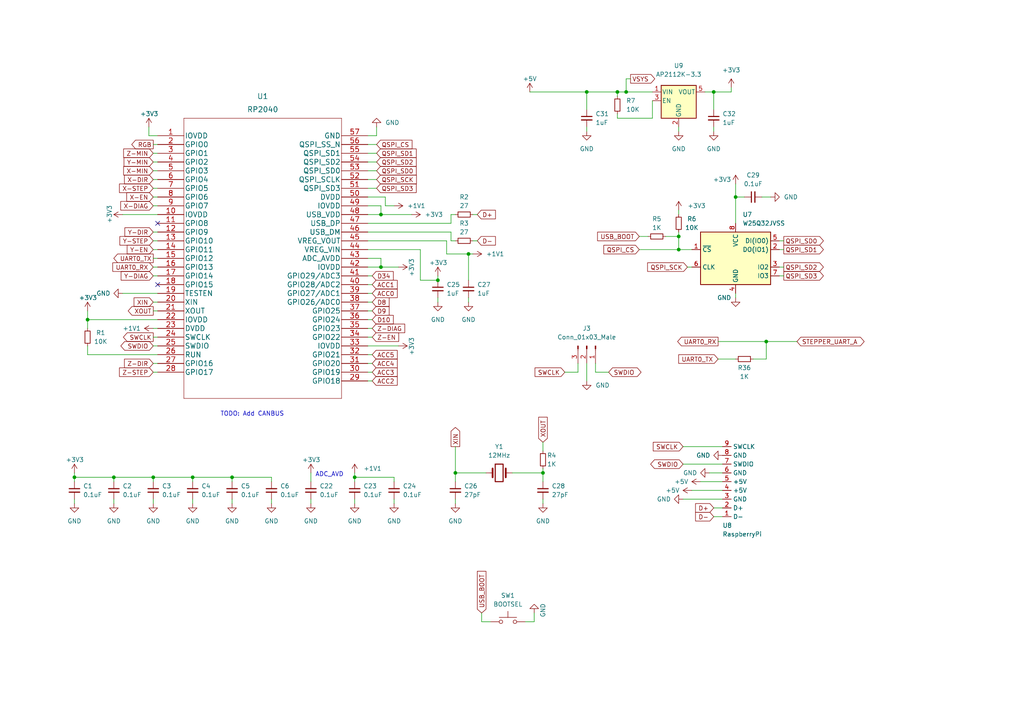
<source format=kicad_sch>
(kicad_sch (version 20231120) (generator "eeschema") (generator_version "8.0")
  (paper "A4")
  (title_block (title "Prometheus mSLA Apollo MCU Schematics") (date "2022-11-11") (rev "R4") (company "TheContrappostoShop") (comment 1 "Paul S. and Sam B."))
  (lib_symbols
    (symbol "Connector:Conn_01x03_Male" (pin_names (offset 1.016) hide)
      (property "Reference" "J" (at 0 5.08 0))
      (property "Value" "Conn_01x03_Male" (at 0 -5.08 0))
      (symbol "Conn_01x03_Male_1_1"
        (polyline (pts (xy 1.27 -2.54) (xy 0.8636 -2.54)) (stroke (width 0.1524)))
        (polyline (pts (xy 1.27 0) (xy 0.8636 0)) (stroke (width 0.1524)))
        (polyline (pts (xy 1.27 2.54) (xy 0.8636 2.54)) (stroke (width 0.1524)))
        (rectangle (start 0.8636 -2.413) (end 0 -2.667) (stroke (width 0.1524)) (fill (type outline)))
        (rectangle (start 0.8636 0.127) (end 0 -0.127) (stroke (width 0.1524)) (fill (type outline)))
        (rectangle (start 0.8636 2.667) (end 0 2.413) (stroke (width 0.1524)) (fill (type outline)))
        (pin passive line (at 5.08 2.54 180) (length 3.81) (name "Pin_1") (number "1"))
        (pin passive line (at 5.08 0 180) (length 3.81) (name "Pin_2") (number "2"))
        (pin passive line (at 5.08 -2.54 180) (length 3.81) (name "Pin_3") (number "3"))
      )
    )
    (symbol "Device:C_Small" (pin_numbers hide) (pin_names (offset 0.254) hide)
      (property "Reference" "C" (at 0.254 1.778 0))
      (property "Value" "C_Small" (at 0.254 -2.032 0))
      (symbol "C_Small_0_1"
        (polyline (pts (xy -1.524 -0.508) (xy 1.524 -0.508)) (stroke (width 0.3302)))
        (polyline (pts (xy -1.524 0.508) (xy 1.524 0.508)) (stroke (width 0.3048)))
      )
      (symbol "C_Small_1_1"
        (pin passive line (at 0 2.54 270) (length 2.032) (name "~") (number "1"))
        (pin passive line (at 0 -2.54 90) (length 2.032) (name "~") (number "2"))
      )
    )
    (symbol "Device:Crystal" (pin_numbers hide) (pin_names (offset 1.016) hide)
      (property "Reference" "Y" (at 0 3.81 0))
      (property "Value" "Crystal" (at 0 -3.81 0))
      (symbol "Crystal_0_1"
        (rectangle (start -1.143 2.54) (end 1.143 -2.54) (stroke (width 0.3048)))
        (polyline (pts (xy -2.54 0) (xy -1.905 0)))
        (polyline (pts (xy -1.905 -1.27) (xy -1.905 1.27)) (stroke (width 0.508)))
        (polyline (pts (xy 1.905 -1.27) (xy 1.905 1.27)) (stroke (width 0.508)))
        (polyline (pts (xy 2.54 0) (xy 1.905 0)))
      )
      (symbol "Crystal_1_1"
        (pin passive line (at -3.81 0 0) (length 1.27) (name "1") (number "1"))
        (pin passive line (at 3.81 0 180) (length 1.27) (name "2") (number "2"))
      )
    )
    (symbol "Device:R_Small" (pin_numbers hide) (pin_names (offset 0.254) hide)
      (property "Reference" "R" (at 0.762 0.508 0))
      (property "Value" "R_Small" (at 0.762 -1.016 0))
      (symbol "R_Small_0_1"
        (rectangle (start -0.762 1.778) (end 0.762 -1.778) (stroke (width 0.2032)))
      )
      (symbol "R_Small_1_1"
        (pin passive line (at 0 2.54 270) (length 0.762) (name "~") (number "1"))
        (pin passive line (at 0 -2.54 90) (length 0.762) (name "~") (number "2"))
      )
    )
    (symbol "Memory_Flash:W25Q32JVSS"
      (property "Reference" "U" (at -8.89 8.89 0))
      (property "Value" "W25Q32JVSS" (at 7.62 8.89 0))
      (symbol "W25Q32JVSS_0_1"
        (rectangle (start -10.16 7.62) (end 10.16 -7.62) (stroke (width 0.254)) (fill (type background)))
      )
      (symbol "W25Q32JVSS_1_1"
        (pin input line (at -12.7 2.54 0) (length 2.54) (name "~{CS}") (number "1"))
        (pin bidirectional line (at 12.7 2.54 180) (length 2.54) (name "DO(IO1)") (number "2"))
        (pin bidirectional line (at 12.7 -2.54 180) (length 2.54) (name "IO2") (number "3"))
        (pin power_in line (at 0 -10.16 90) (length 2.54) (name "GND") (number "4"))
        (pin bidirectional line (at 12.7 5.08 180) (length 2.54) (name "DI(IO0)") (number "5"))
        (pin input line (at -12.7 -2.54 0) (length 2.54) (name "CLK") (number "6"))
        (pin bidirectional line (at 12.7 -5.08 180) (length 2.54) (name "IO3") (number "7"))
        (pin power_in line (at 0 10.16 270) (length 2.54) (name "VCC") (number "8"))
      )
    )
    (symbol "Prometheus:RaspberryPi"
      (property "Reference" "U" (at 0 26.67 0))
      (property "Value" "RaspberryPi" (at 0 0 0))
      (symbol "RaspberryPi_1_1"
        (pin input line (at 0 3.81 0) (length 2.54) (name "D-") (number "1"))
        (pin input line (at 0 6.35 0) (length 2.54) (name "D+") (number "2"))
        (pin input line (at 0 8.89 0) (length 2.54) (name "GND") (number "3"))
        (pin input line (at 0 11.43 0) (length 2.54) (name "+5V") (number "4"))
        (pin input line (at 0 13.97 0) (length 2.54) (name "+5V") (number "5"))
        (pin input line (at 0 16.51 0) (length 2.54) (name "GND") (number "6"))
        (pin input line (at 0 19.05 0) (length 2.54) (name "SWDIO") (number "7"))
        (pin input line (at 0 21.59 0) (length 2.54) (name "GND") (number "8"))
        (pin input line (at 0 24.13 0) (length 2.54) (name "SWCLK") (number "9"))
      )
    )
    (symbol "RP2040:RP2040" (pin_names (offset 0.254))
      (property "Reference" "U" (at 30.48 10.16 0))
      (property "Value" "RP2040" (at 30.48 7.62 0))
      (symbol "RP2040_1_1"
        (polyline (pts (xy 7.62 -76.2) (xy 53.34 -76.2)) (stroke (width 0.127)))
        (polyline (pts (xy 7.62 5.08) (xy 7.62 -76.2)) (stroke (width 0.127)))
        (polyline (pts (xy 53.34 -76.2) (xy 53.34 5.08)) (stroke (width 0.127)))
        (polyline (pts (xy 53.34 5.08) (xy 7.62 5.08)) (stroke (width 0.127)))
        (pin power_in line (at 0 0 0) (length 7.62) (name "IOVDD") (number "1"))
        (pin power_in line (at 0 -22.86 0) (length 7.62) (name "IOVDD") (number "10"))
        (pin bidirectional line (at 0 -25.4 0) (length 7.62) (name "GPIO8") (number "11"))
        (pin bidirectional line (at 0 -27.94 0) (length 7.62) (name "GPIO9") (number "12"))
        (pin bidirectional line (at 0 -30.48 0) (length 7.62) (name "GPIO10") (number "13"))
        (pin bidirectional line (at 0 -33.02 0) (length 7.62) (name "GPIO11") (number "14"))
        (pin bidirectional line (at 0 -35.56 0) (length 7.62) (name "GPIO12") (number "15"))
        (pin bidirectional line (at 0 -38.1 0) (length 7.62) (name "GPIO13") (number "16"))
        (pin bidirectional line (at 0 -40.64 0) (length 7.62) (name "GPIO14") (number "17"))
        (pin bidirectional line (at 0 -43.18 0) (length 7.62) (name "GPIO15") (number "18"))
        (pin unspecified line (at 0 -45.72 0) (length 7.62) (name "TESTEN") (number "19"))
        (pin bidirectional line (at 0 -2.54 0) (length 7.62) (name "GPIO0") (number "2"))
        (pin unspecified line (at 0 -48.26 0) (length 7.62) (name "XIN") (number "20"))
        (pin output line (at 0 -50.8 0) (length 7.62) (name "XOUT") (number "21"))
        (pin power_in line (at 0 -53.34 0) (length 7.62) (name "IOVDD") (number "22"))
        (pin power_in line (at 0 -55.88 0) (length 7.62) (name "DVDD") (number "23"))
        (pin unspecified line (at 0 -58.42 0) (length 7.62) (name "SWCLK") (number "24"))
        (pin unspecified line (at 0 -60.96 0) (length 7.62) (name "SWDIO") (number "25"))
        (pin unspecified line (at 0 -63.5 0) (length 7.62) (name "RUN") (number "26"))
        (pin bidirectional line (at 0 -66.04 0) (length 7.62) (name "GPIO16") (number "27"))
        (pin bidirectional line (at 0 -68.58 0) (length 7.62) (name "GPIO17") (number "28"))
        (pin bidirectional line (at 60.96 -71.12 180) (length 7.62) (name "GPIO18") (number "29"))
        (pin bidirectional line (at 0 -5.08 0) (length 7.62) (name "GPIO1") (number "3"))
        (pin bidirectional line (at 60.96 -68.58 180) (length 7.62) (name "GPIO19") (number "30"))
        (pin bidirectional line (at 60.96 -66.04 180) (length 7.62) (name "GPIO20") (number "31"))
        (pin bidirectional line (at 60.96 -63.5 180) (length 7.62) (name "GPIO21") (number "32"))
        (pin power_in line (at 60.96 -60.96 180) (length 7.62) (name "IOVDD") (number "33"))
        (pin bidirectional line (at 60.96 -58.42 180) (length 7.62) (name "GPIO22") (number "34"))
        (pin bidirectional line (at 60.96 -55.88 180) (length 7.62) (name "GPIO23") (number "35"))
        (pin bidirectional line (at 60.96 -53.34 180) (length 7.62) (name "GPIO24") (number "36"))
        (pin bidirectional line (at 60.96 -50.8 180) (length 7.62) (name "GPIO25") (number "37"))
        (pin bidirectional line (at 60.96 -48.26 180) (length 7.62) (name "GPIO26/ADC0") (number "38"))
        (pin bidirectional line (at 60.96 -45.72 180) (length 7.62) (name "GPIO27/ADC1") (number "39"))
        (pin bidirectional line (at 0 -7.62 0) (length 7.62) (name "GPIO2") (number "4"))
        (pin bidirectional line (at 60.96 -43.18 180) (length 7.62) (name "GPIO28/ADC2") (number "40"))
        (pin bidirectional line (at 60.96 -40.64 180) (length 7.62) (name "GPIO29/ADC3") (number "41"))
        (pin power_in line (at 60.96 -38.1 180) (length 7.62) (name "IOVDD") (number "42"))
        (pin power_in line (at 60.96 -35.56 180) (length 7.62) (name "ADC_AVDD") (number "43"))
        (pin unspecified line (at 60.96 -33.02 180) (length 7.62) (name "VREG_VIN") (number "44"))
        (pin output line (at 60.96 -30.48 180) (length 7.62) (name "VREG_VOUT") (number "45"))
        (pin unspecified line (at 60.96 -27.94 180) (length 7.62) (name "USB_DM") (number "46"))
        (pin unspecified line (at 60.96 -25.4 180) (length 7.62) (name "USB_DP") (number "47"))
        (pin power_in line (at 60.96 -22.86 180) (length 7.62) (name "USB_VDD") (number "48"))
        (pin power_in line (at 60.96 -20.32 180) (length 7.62) (name "IOVDD") (number "49"))
        (pin bidirectional line (at 0 -10.16 0) (length 7.62) (name "GPIO3") (number "5"))
        (pin power_in line (at 60.96 -17.78 180) (length 7.62) (name "DVDD") (number "50"))
        (pin bidirectional line (at 60.96 -15.24 180) (length 7.62) (name "QSPI_SD3") (number "51"))
        (pin unspecified line (at 60.96 -12.7 180) (length 7.62) (name "QSPI_SCLK") (number "52"))
        (pin bidirectional line (at 60.96 -10.16 180) (length 7.62) (name "QSPI_SD0") (number "53"))
        (pin bidirectional line (at 60.96 -7.62 180) (length 7.62) (name "QSPI_SD2") (number "54"))
        (pin bidirectional line (at 60.96 -5.08 180) (length 7.62) (name "QSPI_SD1") (number "55"))
        (pin unspecified line (at 60.96 -2.54 180) (length 7.62) (name "QSPI_SS_N") (number "56"))
        (pin power_in line (at 60.96 0 180) (length 7.62) (name "GND") (number "57"))
        (pin bidirectional line (at 0 -12.7 0) (length 7.62) (name "GPIO4") (number "6"))
        (pin bidirectional line (at 0 -15.24 0) (length 7.62) (name "GPIO5") (number "7"))
        (pin bidirectional line (at 0 -17.78 0) (length 7.62) (name "GPIO6") (number "8"))
        (pin bidirectional line (at 0 -20.32 0) (length 7.62) (name "GPIO7") (number "9"))
      )
    )
    (symbol "Regulator_Linear:AP2112K-3.3" (pin_names (offset 0.254))
      (property "Reference" "U" (at -5.08 5.715 0))
      (property "Value" "AP2112K-3.3" (at 0 5.715 0))
      (symbol "AP2112K-3.3_0_1"
        (rectangle (start -5.08 4.445) (end 5.08 -5.08) (stroke (width 0.254)) (fill (type background)))
      )
      (symbol "AP2112K-3.3_1_1"
        (pin power_in line (at -7.62 2.54 0) (length 2.54) (name "VIN") (number "1"))
        (pin power_in line (at 0 -7.62 90) (length 2.54) (name "GND") (number "2"))
        (pin input line (at -7.62 0 0) (length 2.54) (name "EN") (number "3"))
        (pin no_connect line (at 5.08 0 180) (length 2.54) hide (name "NC") (number "4"))
        (pin power_out line (at 7.62 2.54 180) (length 2.54) (name "VOUT") (number "5"))
      )
    )
    (symbol "Switch:SW_MEC_5G" (pin_numbers hide) (pin_names (offset 1.016) hide)
      (property "Reference" "SW" (at 1.27 2.54 0))
      (property "Value" "SW_MEC_5G" (at 0 -1.524 0))
      (symbol "SW_MEC_5G_0_1"
        (circle (center -2.032 0) (radius 0.508))
        (polyline (pts (xy 0 1.27) (xy 0 3.048)))
        (polyline (pts (xy 2.54 1.27) (xy -2.54 1.27)))
        (circle (center 2.032 0) (radius 0.508))
        (pin passive line (at -5.08 0 0) (length 2.54) (name "A") (number "1"))
        (pin passive line (at 5.08 0 180) (length 2.54) (name "B") (number "3"))
      )
      (symbol "SW_MEC_5G_1_1"
        (pin passive line (at -5.08 0 0) (length 2.54) hide (name "A") (number "2"))
        (pin passive line (at 5.08 0 180) (length 2.54) hide (name "B") (number "4"))
      )
    )
    (symbol "power:+1V1" (power) (pin_names (offset 0))
      (property "Value" "+1V1" (at 0 3.556 0))
      (symbol "+1V1_0_1"
        (polyline (pts (xy -0.762 1.27) (xy 0 2.54)))
        (polyline (pts (xy 0 0) (xy 0 2.54)))
        (polyline (pts (xy 0 2.54) (xy 0.762 1.27)))
      )
      (symbol "+1V1_1_1"
        (pin power_in line (at 0 0 90) (length 0) hide (name "+1V1") (number "1"))
      )
    )
    (symbol "power:+3.3V" (power) (pin_names (offset 0))
      (property "Value" "+3.3V" (at 0 3.556 0))
      (symbol "+3.3V_0_1"
        (polyline (pts (xy -0.762 1.27) (xy 0 2.54)))
        (polyline (pts (xy 0 0) (xy 0 2.54)))
        (polyline (pts (xy 0 2.54) (xy 0.762 1.27)))
      )
      (symbol "+3.3V_1_1"
        (pin power_in line (at 0 0 90) (length 0) hide (name "+3V3") (number "1"))
      )
    )
    (symbol "power:+5V" (power) (pin_names (offset 0))
      (property "Value" "+5V" (at 0 3.556 0))
      (symbol "+5V_0_1"
        (polyline (pts (xy -0.762 1.27) (xy 0 2.54)))
        (polyline (pts (xy 0 0) (xy 0 2.54)))
        (polyline (pts (xy 0 2.54) (xy 0.762 1.27)))
      )
      (symbol "+5V_1_1"
        (pin power_in line (at 0 0 90) (length 0) hide (name "+5V") (number "1"))
      )
    )
    (symbol "power:GND" (power) (pin_names (offset 0))
      (property "Value" "GND" (at 0 -3.81 0))
      (symbol "GND_0_1"
        (polyline (pts (xy 0 0) (xy 0 -1.27) (xy 1.27 -1.27) (xy 0 -2.54) (xy -1.27 -1.27) (xy 0 -1.27)))
      )
      (symbol "GND_1_1"
        (pin power_in line (at 0 0 270) (length 0) hide (name "GND") (number "1"))
      )
    )
  )
  (junction (at 157.48 137.16))
  (junction (at 222.25 99.06))
  (junction (at 207.01 26.67))
  (junction (at 179.07 26.67))
  (junction (at 181.61 26.67))
  (junction (at 132.08 137.16))
  (junction (at 44.45 138.43))
  (junction (at 67.31 138.43))
  (junction (at 127 81.28))
  (junction (at 110.49 62.23))
  (junction (at 102.87 138.43))
  (junction (at 196.85 72.39))
  (junction (at 21.59 138.43))
  (junction (at 213.36 57.15))
  (junction (at 170.18 26.67))
  (junction (at 135.89 73.66))
  (junction (at 196.85 68.58))
  (junction (at 55.88 138.43))
  (junction (at 33.02 138.43))
  (junction (at 110.49 77.47))
  (junction (at 25.4 92.71))
  (no_connect (at 45.72 64.77))
  (no_connect (at 45.72 82.55))
  (wire (pts (xy 106.68 100.33) (xy 115.57 100.33)))
  (wire (pts (xy 213.36 85.09) (xy 213.36 86.36)))
  (wire (pts (xy 44.45 59.69) (xy 45.72 59.69)))
  (wire (pts (xy 44.45 74.93) (xy 45.72 74.93)))
  (wire (pts (xy 35.56 85.09) (xy 45.72 85.09)))
  (wire (pts (xy 45.72 102.87) (xy 25.4 102.87)))
  (wire (pts (xy 44.45 138.43) (xy 44.45 139.7)))
  (wire (pts (xy 109.22 44.45) (xy 106.68 44.45)))
  (wire (pts (xy 132.08 69.85) (xy 130.81 69.85)))
  (wire (pts (xy 207.01 36.83) (xy 207.01 38.1)))
  (wire (pts (xy 78.74 138.43) (xy 78.74 139.7)))
  (wire (pts (xy 55.88 138.43) (xy 67.31 138.43)))
  (wire (pts (xy 25.4 102.87) (xy 25.4 100.33)))
  (wire (pts (xy 109.22 52.07) (xy 106.68 52.07)))
  (wire (pts (xy 220.98 57.15) (xy 223.52 57.15)))
  (wire (pts (xy 205.74 137.16) (xy 209.55 137.16)))
  (wire (pts (xy 135.89 73.66) (xy 135.89 81.28)))
  (wire (pts (xy 106.68 110.49) (xy 107.95 110.49)))
  (wire (pts (xy 114.3 144.78) (xy 114.3 146.05)))
  (wire (pts (xy 106.68 69.85) (xy 129.54 69.85)))
  (wire (pts (xy 196.85 72.39) (xy 200.66 72.39)))
  (wire (pts (xy 129.54 73.66) (xy 135.89 73.66)))
  (wire (pts (xy 157.48 135.89) (xy 157.48 137.16)))
  (wire (pts (xy 106.68 105.41) (xy 107.95 105.41)))
  (wire (pts (xy 185.42 72.39) (xy 196.85 72.39)))
  (wire (pts (xy 200.66 142.24) (xy 209.55 142.24)))
  (wire (pts (xy 179.07 26.67) (xy 179.07 27.94)))
  (wire (pts (xy 110.49 62.23) (xy 119.38 62.23)))
  (wire (pts (xy 21.59 144.78) (xy 21.59 146.05)))
  (wire (pts (xy 44.45 69.85) (xy 45.72 69.85)))
  (wire (pts (xy 196.85 36.83) (xy 196.85 38.1)))
  (wire (pts (xy 226.06 77.47) (xy 227.33 77.47)))
  (wire (pts (xy 132.08 144.78) (xy 132.08 146.05)))
  (wire (pts (xy 189.23 34.29) (xy 189.23 29.21)))
  (wire (pts (xy 163.83 107.95) (xy 167.64 107.95)))
  (wire (pts (xy 132.08 139.7) (xy 132.08 137.16)))
  (wire (pts (xy 111.76 59.69) (xy 114.3 59.69)))
  (wire (pts (xy 109.22 41.91) (xy 106.68 41.91)))
  (wire (pts (xy 198.12 134.62) (xy 209.55 134.62)))
  (wire (pts (xy 44.45 77.47) (xy 45.72 77.47)))
  (wire (pts (xy 106.68 87.63) (xy 107.95 87.63)))
  (wire (pts (xy 196.85 60.96) (xy 196.85 62.23)))
  (wire (pts (xy 132.08 129.54) (xy 132.08 137.16)))
  (wire (pts (xy 132.08 62.23) (xy 130.81 62.23)))
  (wire (pts (xy 170.18 26.67) (xy 170.18 31.75)))
  (wire (pts (xy 135.89 86.36) (xy 135.89 87.63)))
  (wire (pts (xy 109.22 46.99) (xy 106.68 46.99)))
  (wire (pts (xy 25.4 92.71) (xy 45.72 92.71)))
  (wire (pts (xy 102.87 144.78) (xy 102.87 146.05)))
  (wire (pts (xy 44.45 57.15) (xy 45.72 57.15)))
  (wire (pts (xy 193.04 68.58) (xy 196.85 68.58)))
  (wire (pts (xy 170.18 36.83) (xy 170.18 38.1)))
  (wire (pts (xy 218.44 104.14) (xy 222.25 104.14)))
  (wire (pts (xy 179.07 26.67) (xy 181.61 26.67)))
  (wire (pts (xy 199.39 77.47) (xy 200.66 77.47)))
  (wire (pts (xy 212.09 26.67) (xy 212.09 25.4)))
  (wire (pts (xy 182.88 22.86) (xy 181.61 22.86)))
  (wire (pts (xy 114.3 138.43) (xy 102.87 138.43)))
  (wire (pts (xy 213.36 53.34) (xy 213.36 57.15)))
  (wire (pts (xy 44.45 46.99) (xy 45.72 46.99)))
  (wire (pts (xy 33.02 138.43) (xy 44.45 138.43)))
  (wire (pts (xy 179.07 33.02) (xy 179.07 34.29)))
  (wire (pts (xy 167.64 107.95) (xy 167.64 105.41)))
  (wire (pts (xy 170.18 105.41) (xy 170.18 110.49)))
  (wire (pts (xy 21.59 138.43) (xy 33.02 138.43)))
  (wire (pts (xy 132.08 137.16) (xy 140.97 137.16)))
  (wire (pts (xy 157.48 137.16) (xy 157.48 139.7)))
  (wire (pts (xy 44.45 97.79) (xy 45.72 97.79)))
  (wire (pts (xy 44.45 54.61) (xy 45.72 54.61)))
  (wire (pts (xy 90.17 144.78) (xy 90.17 146.05)))
  (wire (pts (xy 203.2 139.7) (xy 209.55 139.7)))
  (wire (pts (xy 44.45 138.43) (xy 55.88 138.43)))
  (wire (pts (xy 106.68 57.15) (xy 111.76 57.15)))
  (wire (pts (xy 121.92 72.39) (xy 106.68 72.39)))
  (wire (pts (xy 207.01 149.86) (xy 209.55 149.86)))
  (wire (pts (xy 44.45 144.78) (xy 44.45 146.05)))
  (wire (pts (xy 106.68 82.55) (xy 107.95 82.55)))
  (wire (pts (xy 102.87 137.16) (xy 102.87 138.43)))
  (wire (pts (xy 207.01 26.67) (xy 207.01 31.75)))
  (wire (pts (xy 127 86.36) (xy 127 87.63)))
  (wire (pts (xy 111.76 57.15) (xy 111.76 59.69)))
  (wire (pts (xy 137.16 69.85) (xy 138.43 69.85)))
  (wire (pts (xy 135.89 73.66) (xy 137.16 73.66)))
  (wire (pts (xy 25.4 90.17) (xy 25.4 92.71)))
  (wire (pts (xy 129.54 69.85) (xy 129.54 73.66)))
  (wire (pts (xy 44.45 95.25) (xy 45.72 95.25)))
  (wire (pts (xy 154.94 180.34) (xy 154.94 177.8)))
  (wire (pts (xy 127 80.01) (xy 127 81.28)))
  (wire (pts (xy 179.07 34.29) (xy 189.23 34.29)))
  (wire (pts (xy 109.22 49.53) (xy 106.68 49.53)))
  (wire (pts (xy 55.88 144.78) (xy 55.88 146.05)))
  (wire (pts (xy 106.68 39.37) (xy 109.22 39.37)))
  (wire (pts (xy 153.67 26.67) (xy 170.18 26.67)))
  (wire (pts (xy 139.7 180.34) (xy 142.24 180.34)))
  (wire (pts (xy 226.06 72.39) (xy 227.33 72.39)))
  (wire (pts (xy 106.68 77.47) (xy 110.49 77.47)))
  (wire (pts (xy 44.45 67.31) (xy 45.72 67.31)))
  (wire (pts (xy 102.87 138.43) (xy 102.87 139.7)))
  (wire (pts (xy 121.92 81.28) (xy 127 81.28)))
  (wire (pts (xy 106.68 85.09) (xy 107.95 85.09)))
  (wire (pts (xy 44.45 44.45) (xy 45.72 44.45)))
  (wire (pts (xy 121.92 72.39) (xy 121.92 81.28)))
  (wire (pts (xy 106.68 74.93) (xy 110.49 74.93)))
  (wire (pts (xy 33.02 144.78) (xy 33.02 146.05)))
  (wire (pts (xy 181.61 22.86) (xy 181.61 26.67)))
  (wire (pts (xy 44.45 100.33) (xy 45.72 100.33)))
  (wire (pts (xy 67.31 138.43) (xy 78.74 138.43)))
  (wire (pts (xy 90.17 137.16) (xy 90.17 139.7)))
  (wire (pts (xy 222.25 99.06) (xy 231.14 99.06)))
  (wire (pts (xy 130.81 69.85) (xy 130.81 67.31)))
  (wire (pts (xy 130.81 67.31) (xy 106.68 67.31)))
  (wire (pts (xy 204.47 26.67) (xy 207.01 26.67)))
  (wire (pts (xy 106.68 107.95) (xy 107.95 107.95)))
  (wire (pts (xy 21.59 138.43) (xy 21.59 139.7)))
  (wire (pts (xy 44.45 41.91) (xy 45.72 41.91)))
  (wire (pts (xy 44.45 107.95) (xy 45.72 107.95)))
  (wire (pts (xy 207.01 147.32) (xy 209.55 147.32)))
  (wire (pts (xy 110.49 59.69) (xy 110.49 62.23)))
  (wire (pts (xy 44.45 90.17) (xy 45.72 90.17)))
  (wire (pts (xy 106.68 95.25) (xy 107.95 95.25)))
  (wire (pts (xy 67.31 138.43) (xy 67.31 139.7)))
  (wire (pts (xy 208.28 99.06) (xy 222.25 99.06)))
  (wire (pts (xy 44.45 105.41) (xy 45.72 105.41)))
  (wire (pts (xy 157.48 144.78) (xy 157.48 146.05)))
  (wire (pts (xy 25.4 92.71) (xy 25.4 95.25)))
  (wire (pts (xy 172.72 107.95) (xy 172.72 105.41)))
  (wire (pts (xy 67.31 144.78) (xy 67.31 146.05)))
  (wire (pts (xy 130.81 62.23) (xy 130.81 64.77)))
  (wire (pts (xy 148.59 137.16) (xy 157.48 137.16)))
  (wire (pts (xy 198.12 129.54) (xy 209.55 129.54)))
  (wire (pts (xy 106.68 92.71) (xy 107.95 92.71)))
  (wire (pts (xy 207.01 26.67) (xy 212.09 26.67)))
  (wire (pts (xy 44.45 87.63) (xy 45.72 87.63)))
  (wire (pts (xy 196.85 67.31) (xy 196.85 68.58)))
  (wire (pts (xy 44.45 72.39) (xy 45.72 72.39)))
  (wire (pts (xy 226.06 69.85) (xy 227.33 69.85)))
  (wire (pts (xy 35.56 62.23) (xy 45.72 62.23)))
  (wire (pts (xy 198.12 144.78) (xy 209.55 144.78)))
  (wire (pts (xy 44.45 80.01) (xy 45.72 80.01)))
  (wire (pts (xy 110.49 74.93) (xy 110.49 77.47)))
  (wire (pts (xy 222.25 104.14) (xy 222.25 99.06)))
  (wire (pts (xy 43.18 36.83) (xy 43.18 39.37)))
  (wire (pts (xy 213.36 57.15) (xy 215.9 57.15)))
  (wire (pts (xy 106.68 80.01) (xy 107.95 80.01)))
  (wire (pts (xy 185.42 68.58) (xy 187.96 68.58)))
  (wire (pts (xy 157.48 128.27) (xy 157.48 130.81)))
  (wire (pts (xy 78.74 144.78) (xy 78.74 146.05)))
  (wire (pts (xy 106.68 102.87) (xy 107.95 102.87)))
  (wire (pts (xy 196.85 68.58) (xy 196.85 72.39)))
  (wire (pts (xy 33.02 138.43) (xy 33.02 139.7)))
  (wire (pts (xy 43.18 39.37) (xy 45.72 39.37)))
  (wire (pts (xy 137.16 62.23) (xy 138.43 62.23)))
  (wire (pts (xy 181.61 26.67) (xy 189.23 26.67)))
  (wire (pts (xy 106.68 62.23) (xy 110.49 62.23)))
  (wire (pts (xy 139.7 180.34) (xy 139.7 177.8)))
  (wire (pts (xy 176.53 107.95) (xy 172.72 107.95)))
  (wire (pts (xy 109.22 54.61) (xy 106.68 54.61)))
  (wire (pts (xy 114.3 139.7) (xy 114.3 138.43)))
  (wire (pts (xy 170.18 26.67) (xy 179.07 26.67)))
  (wire (pts (xy 44.45 49.53) (xy 45.72 49.53)))
  (wire (pts (xy 208.28 104.14) (xy 213.36 104.14)))
  (wire (pts (xy 106.68 64.77) (xy 130.81 64.77)))
  (wire (pts (xy 21.59 137.16) (xy 21.59 138.43)))
  (wire (pts (xy 106.68 90.17) (xy 107.95 90.17)))
  (wire (pts (xy 109.22 39.37) (xy 109.22 36.83)))
  (wire (pts (xy 226.06 80.01) (xy 227.33 80.01)))
  (wire (pts (xy 106.68 97.79) (xy 107.95 97.79)))
  (wire (pts (xy 152.4 180.34) (xy 154.94 180.34)))
  (wire (pts (xy 213.36 57.15) (xy 213.36 64.77)))
  (wire (pts (xy 106.68 59.69) (xy 110.49 59.69)))
  (wire (pts (xy 55.88 138.43) (xy 55.88 139.7)))
  (wire (pts (xy 44.45 52.07) (xy 45.72 52.07)))
  (wire (pts (xy 110.49 77.47) (xy 115.57 77.47)))
  (text "TODO: Add CANBUS" (at 73.152 120.142 0) (effects (font (size 1.27 1.27))))
  (text "ADC_AVD" (at 91.44 138.43 0) (effects (font (size 1.27 1.27)) (justify left bottom)))
  (global_label "ACC2" (shape input) (at 107.95 110.49 0) (property "Intersheetrefs" "${INTERSHEET_REFS}" (effects (hide yes))))
  (global_label "QSPI_SD3" (shape input) (at 109.22 54.61 0) (property "Intersheetrefs" "${INTERSHEET_REFS}" (effects (hide yes))))
  (global_label "SWDIO" (shape bidirectional) (at 176.53 107.95 0) (property "Intersheetrefs" "${INTERSHEET_REFS}" (effects (hide yes))))
  (global_label "X-STEP" (shape input) (at 44.45 54.61 180) (property "Intersheetrefs" "${INTERSHEET_REFS}" (effects (hide yes))))
  (global_label "XIN" (shape input) (at 44.45 87.63 180) (property "Intersheetrefs" "${INTERSHEET_REFS}" (effects (hide yes))))
  (global_label "ACC4" (shape input) (at 107.95 105.41 0) (property "Intersheetrefs" "${INTERSHEET_REFS}" (effects (hide yes))))
  (global_label "X-DIAG" (shape input) (at 44.45 59.69 180) (property "Intersheetrefs" "${INTERSHEET_REFS}" (effects (hide yes))))
  (global_label "ACC1" (shape input) (at 107.95 82.55 0) (property "Intersheetrefs" "${INTERSHEET_REFS}" (effects (hide yes))))
  (global_label "QSPI_CS" (shape input) (at 109.22 41.91 0) (property "Intersheetrefs" "${INTERSHEET_REFS}" (effects (hide yes))))
  (global_label "Y-MIN" (shape input) (at 44.45 46.99 180) (property "Intersheetrefs" "${INTERSHEET_REFS}" (effects (hide yes))))
  (global_label "X-EN" (shape input) (at 44.45 57.15 180) (property "Intersheetrefs" "${INTERSHEET_REFS}" (effects (hide yes))))
  (global_label "QSPI_SD1" (shape input) (at 109.22 44.45 0) (property "Intersheetrefs" "${INTERSHEET_REFS}" (effects (hide yes))))
  (global_label "UART0_RX" (shape output) (at 208.28 99.06 180) (property "Intersheetrefs" "${INTERSHEET_REFS}" (effects (hide yes))))
  (global_label "D9" (shape input) (at 107.95 90.17 0) (property "Intersheetrefs" "${INTERSHEET_REFS}" (effects (hide yes))))
  (global_label "SWCLK" (shape input) (at 198.12 129.54 180) (property "Intersheetrefs" "${INTERSHEET_REFS}" (effects (hide yes))))
  (global_label "D-" (shape input) (at 138.43 69.85 0) (property "Intersheetrefs" "${INTERSHEET_REFS}" (effects (hide yes))))
  (global_label "QSPI_SD0" (shape output) (at 227.33 69.85 0) (property "Intersheetrefs" "${INTERSHEET_REFS}" (effects (hide yes))))
  (global_label "Y-STEP" (shape input) (at 44.45 69.85 180) (property "Intersheetrefs" "${INTERSHEET_REFS}" (effects (hide yes))))
  (global_label "ACC3" (shape input) (at 107.95 107.95 0) (property "Intersheetrefs" "${INTERSHEET_REFS}" (effects (hide yes))))
  (global_label "STEPPER_UART_A" (shape bidirectional) (at 231.14 99.06 0) (property "Intersheetrefs" "${INTERSHEET_REFS}" (effects (hide yes))))
  (global_label "QSPI_SD2" (shape output) (at 227.33 77.47 0) (property "Intersheetrefs" "${INTERSHEET_REFS}" (effects (hide yes))))
  (global_label "VSYS" (shape output) (at 182.88 22.86 0) (property "Intersheetrefs" "${INTERSHEET_REFS}" (effects (hide yes))))
  (global_label "ACC0" (shape input) (at 107.95 85.09 0) (property "Intersheetrefs" "${INTERSHEET_REFS}" (effects (hide yes))))
  (global_label "Y-EN" (shape input) (at 44.45 72.39 180) (property "Intersheetrefs" "${INTERSHEET_REFS}" (effects (hide yes))))
  (global_label "Z-STEP" (shape input) (at 44.45 107.95 180) (property "Intersheetrefs" "${INTERSHEET_REFS}" (effects (hide yes))))
  (global_label "X-DIR" (shape input) (at 44.45 52.07 180) (property "Intersheetrefs" "${INTERSHEET_REFS}" (effects (hide yes))))
  (global_label "USB_BOOT" (shape input) (at 139.7 177.8 90) (property "Intersheetrefs" "${INTERSHEET_REFS}" (effects (hide yes))))
  (global_label "SWDIO" (shape bidirectional) (at 44.45 100.33 180) (property "Intersheetrefs" "${INTERSHEET_REFS}" (effects (hide yes))))
  (global_label "X-MIN" (shape input) (at 44.45 49.53 180) (property "Intersheetrefs" "${INTERSHEET_REFS}" (effects (hide yes))))
  (global_label "XOUT" (shape output) (at 44.45 90.17 180) (property "Intersheetrefs" "${INTERSHEET_REFS}" (effects (hide yes))))
  (global_label "QSPI_SD3" (shape output) (at 227.33 80.01 0) (property "Intersheetrefs" "${INTERSHEET_REFS}" (effects (hide yes))))
  (global_label "QSPI_SCK" (shape input) (at 109.22 52.07 0) (property "Intersheetrefs" "${INTERSHEET_REFS}" (effects (hide yes))))
  (global_label "D8" (shape input) (at 107.95 87.63 0) (property "Intersheetrefs" "${INTERSHEET_REFS}" (effects (hide yes))))
  (global_label "Z-EN" (shape input) (at 107.95 97.79 0) (property "Intersheetrefs" "${INTERSHEET_REFS}" (effects (hide yes))))
  (global_label "SWCLK" (shape output) (at 44.45 97.79 180) (property "Intersheetrefs" "${INTERSHEET_REFS}" (effects (hide yes))))
  (global_label "D-" (shape input) (at 207.01 149.86 180) (property "Intersheetrefs" "${INTERSHEET_REFS}" (effects (hide yes))))
  (global_label "Z-MIN" (shape input) (at 44.45 44.45 180) (property "Intersheetrefs" "${INTERSHEET_REFS}" (effects (hide yes))))
  (global_label "QSPI_SCK" (shape input) (at 199.39 77.47 180) (property "Intersheetrefs" "${INTERSHEET_REFS}" (effects (hide yes))))
  (global_label "D34" (shape input) (at 107.95 80.01 0) (property "Intersheetrefs" "${INTERSHEET_REFS}" (effects (hide yes))))
  (global_label "Y-DIR" (shape input) (at 44.45 67.31 180) (property "Intersheetrefs" "${INTERSHEET_REFS}" (effects (hide yes))))
  (global_label "QSPI_SD0" (shape input) (at 109.22 49.53 0) (property "Intersheetrefs" "${INTERSHEET_REFS}" (effects (hide yes))))
  (global_label "SWDIO" (shape bidirectional) (at 198.12 134.62 180) (property "Intersheetrefs" "${INTERSHEET_REFS}" (effects (hide yes))))
  (global_label "XIN" (shape output) (at 132.08 129.54 90) (property "Intersheetrefs" "${INTERSHEET_REFS}" (effects (hide yes))))
  (global_label "XOUT" (shape input) (at 157.48 128.27 90) (property "Intersheetrefs" "${INTERSHEET_REFS}" (effects (hide yes))))
  (global_label "RGB" (shape output) (at 44.45 41.91 180) (property "Intersheetrefs" "${INTERSHEET_REFS}" (effects (hide yes))))
  (global_label "QSPI_SD1" (shape output) (at 227.33 72.39 0) (property "Intersheetrefs" "${INTERSHEET_REFS}" (effects (hide yes))))
  (global_label "UART0_TX" (shape input) (at 208.28 104.14 180) (property "Intersheetrefs" "${INTERSHEET_REFS}" (effects (hide yes))))
  (global_label "Z-DIAG" (shape input) (at 107.95 95.25 0) (property "Intersheetrefs" "${INTERSHEET_REFS}" (effects (hide yes))))
  (global_label "USB_BOOT" (shape input) (at 185.42 68.58 180) (property "Intersheetrefs" "${INTERSHEET_REFS}" (effects (hide yes))))
  (global_label "D+" (shape input) (at 138.43 62.23 0) (property "Intersheetrefs" "${INTERSHEET_REFS}" (effects (hide yes))))
  (global_label "QSPI_CS" (shape input) (at 185.42 72.39 180) (property "Intersheetrefs" "${INTERSHEET_REFS}" (effects (hide yes))))
  (global_label "ACC5" (shape input) (at 107.95 102.87 0) (property "Intersheetrefs" "${INTERSHEET_REFS}" (effects (hide yes))))
  (global_label "Y-DIAG" (shape input) (at 44.45 80.01 180) (property "Intersheetrefs" "${INTERSHEET_REFS}" (effects (hide yes))))
  (global_label "Z-DIR" (shape input) (at 44.45 105.41 180) (property "Intersheetrefs" "${INTERSHEET_REFS}" (effects (hide yes))))
  (global_label "D10" (shape input) (at 107.95 92.71 0) (property "Intersheetrefs" "${INTERSHEET_REFS}" (effects (hide yes))))
  (global_label "QSPI_SD2" (shape input) (at 109.22 46.99 0) (property "Intersheetrefs" "${INTERSHEET_REFS}" (effects (hide yes))))
  (global_label "UART0_TX" (shape output) (at 44.45 74.93 180) (property "Intersheetrefs" "${INTERSHEET_REFS}" (effects (hide yes))))
  (global_label "UART0_RX" (shape input) (at 44.45 77.47 180) (property "Intersheetrefs" "${INTERSHEET_REFS}" (effects (hide yes))))
  (global_label "SWCLK" (shape input) (at 163.83 107.95 180) (property "Intersheetrefs" "${INTERSHEET_REFS}" (effects (hide yes))))
  (global_label "D+" (shape input) (at 207.01 147.32 180) (property "Intersheetrefs" "${INTERSHEET_REFS}" (effects (hide yes))))
  (symbol (lib_id "Device:C_Small") (at 21.59 142.24 0) (unit 1)
    (property "Reference" "C1" (at 24.13 140.9762 0) (effects (justify left)))
    (property "Value" "0.1uF" (at 24.13 143.5162 0) (effects (justify left)))
    (property "Footprint" "Capacitor_SMD:C_0402_1005Metric" (effects (hide yes)))
  )
  (symbol (lib_id "power:+3.3V") (at 212.09 25.4 0) (unit 1)
    (property "Reference" "#PWR0140" (effects (hide yes)))
    (property "Value" "+3V3" (at 212.09 20.32 0))
  )
  (symbol (lib_id "power:GND") (at 154.94 177.8 180) (unit 1)
    (property "Reference" "#PWR0147" (effects (hide yes)))
    (property "Value" "GND" (at 157.48 179.07 90) (effects (justify right)))
  )
  (symbol (lib_id "power:GND") (at 205.74 137.16 270) (unit 1)
    (property "Reference" "#PWR0104" (effects (hide yes)))
    (property "Value" "GND" (at 198.12 137.16 90) (effects (justify left)))
  )
  (symbol (lib_id "power:GND") (at 33.02 146.05 0) (unit 1)
    (property "Reference" "#PWR0115" (effects (hide yes)))
    (property "Value" "GND" (at 33.02 151.13 0))
  )
  (symbol (lib_id "power:GND") (at 67.31 146.05 0) (unit 1)
    (property "Reference" "#PWR0120" (effects (hide yes)))
    (property "Value" "GND" (at 67.31 151.13 0))
  )
  (symbol (lib_id "power:+3.3V") (at 43.18 36.83 0) (unit 1)
    (property "Reference" "#PWR0114" (effects (hide yes)))
    (property "Value" "+3V3" (at 40.64 33.02 0) (effects (justify left)))
  )
  (symbol (lib_id "power:+1V1") (at 114.3 59.69 270) (unit 1)
    (property "Reference" "#PWR0131" (effects (hide yes)))
    (property "Value" "+1V1" (at 118.11 59.6899 90) (effects (justify left)))
  )
  (symbol (lib_id "Switch:SW_MEC_5G") (at 147.32 180.34 0) (unit 1)
    (property "Reference" "SW1" (at 147.32 172.72 0))
    (property "Value" "BOOTSEL" (at 147.32 175.26 0))
    (property "Footprint" "Button_Switch_SMD:SW_SPST_Omron_B3FS-100xP" (effects (hide yes)))
    (property "Datasheet" "http://www.apem.com/int/index.php?controller=attachment&id_attachment=488" (effects (hide yes)))
  )
  (symbol (lib_id "power:GND") (at 44.45 146.05 0) (unit 1)
    (property "Reference" "#PWR0116" (effects (hide yes)))
    (property "Value" "GND" (at 44.45 151.13 0))
  )
  (symbol (lib_id "power:GND") (at 55.88 146.05 0) (unit 1)
    (property "Reference" "#PWR0121" (effects (hide yes)))
    (property "Value" "GND" (at 55.88 151.13 0))
  )
  (symbol (lib_id "power:+1V1") (at 102.87 137.16 0) (unit 1)
    (property "Reference" "#PWR0108" (effects (hide yes)))
    (property "Value" "+1V1" (at 105.41 135.8899 0) (effects (justify left)))
  )
  (symbol (lib_id "power:+3.3V") (at 90.17 137.16 0) (unit 1)
    (property "Reference" "#PWR0119" (effects (hide yes)))
    (property "Value" "+3V3" (at 87.63 133.35 0) (effects (justify left)))
  )
  (symbol (lib_id "Regulator_Linear:AP2112K-3.3") (at 196.85 29.21 0) (unit 1)
    (property "Reference" "U9" (at 196.85 19.05 0))
    (property "Value" "AP2112K-3.3" (at 196.85 21.59 0))
    (property "Footprint" "Package_TO_SOT_SMD:SOT-23-5" (effects (hide yes)))
    (property "Datasheet" "https://www.diodes.com/assets/Datasheets/AP2112.pdf" (effects (hide yes)))
  )
  (symbol (lib_id "Device:C_Small") (at 33.02 142.24 0) (unit 1)
    (property "Reference" "C2" (at 35.56 140.9762 0) (effects (justify left)))
    (property "Value" "0.1uF" (at 35.56 143.5162 0) (effects (justify left)))
    (property "Footprint" "Capacitor_SMD:C_0402_1005Metric" (effects (hide yes)))
  )
  (symbol (lib_id "Device:C_Small") (at 90.17 142.24 0) (unit 1)
    (property "Reference" "C22" (at 92.71 140.9762 0) (effects (justify left)))
    (property "Value" "0.1uF" (at 92.71 143.5162 0) (effects (justify left)))
    (property "Footprint" "Capacitor_SMD:C_0402_1005Metric" (effects (hide yes)))
  )
  (symbol (lib_id "power:+3.3V") (at 115.57 77.47 270) (unit 1)
    (property "Reference" "#PWR0129" (effects (hide yes)))
    (property "Value" "+3V3" (at 119.38 74.93 0) (effects (justify left)))
  )
  (symbol (lib_id "power:+5V") (at 153.67 26.67 0) (unit 1)
    (property "Reference" "#PWR0141" (effects (hide yes)))
    (property "Value" "+5V" (at 153.67 22.86 0))
  )
  (symbol (lib_id "power:GND") (at 223.52 57.15 90) (unit 1)
    (property "Reference" "#PWR0135" (effects (hide yes)))
    (property "Value" "GND" (at 227.33 57.15 90) (effects (justify right)))
  )
  (symbol (lib_id "power:GND") (at 170.18 110.49 0) (unit 1)
    (property "Reference" "#PWR0146" (effects (hide yes)))
    (property "Value" "GND" (at 172.72 111.7599 0) (effects (justify left)))
  )
  (symbol (lib_id "power:GND") (at 90.17 146.05 0) (unit 1)
    (property "Reference" "#PWR0107" (effects (hide yes)))
    (property "Value" "GND" (at 90.17 151.13 0))
  )
  (symbol (lib_id "power:+3.3V") (at 213.36 53.34 0) (unit 1)
    (property "Reference" "#PWR0133" (effects (hide yes)))
    (property "Value" "+3V3" (at 212.09 52.07 0) (effects (justify right)))
  )
  (symbol (lib_id "power:+5V") (at 203.2 139.7 90) (unit 1)
    (property "Reference" "#PWR0103" (effects (hide yes)))
    (property "Value" "+5V" (at 195.58 139.7 90) (effects (justify right)))
  )
  (symbol (lib_id "power:GND") (at 127 87.63 0) (unit 1)
    (property "Reference" "#PWR0125" (effects (hide yes)))
    (property "Value" "GND" (at 127 92.71 0))
  )
  (symbol (lib_id "Device:R_Small") (at 196.85 64.77 0) (unit 1)
    (property "Reference" "R6" (at 200.66 63.5 0))
    (property "Value" "10K" (at 200.66 66.04 0))
    (property "Footprint" "Resistor_SMD:R_0402_1005Metric" (effects (hide yes)))
  )
  (symbol (lib_id "Device:C_Small") (at 114.3 142.24 0) (unit 1)
    (property "Reference" "C24" (at 116.84 140.9762 0) (effects (justify left)))
    (property "Value" "0.1uF" (at 116.84 143.5162 0) (effects (justify left)))
    (property "Footprint" "Capacitor_SMD:C_0402_1005Metric" (effects (hide yes)))
  )
  (symbol (lib_id "Device:R_Small") (at 157.48 133.35 180) (unit 1)
    (property "Reference" "R4" (at 160.02 132.08 0))
    (property "Value" "1K" (at 160.02 134.62 0))
    (property "Footprint" "Resistor_SMD:R_0402_1005Metric" (effects (hide yes)))
  )
  (symbol (lib_id "Connector:Conn_01x03_Male") (at 170.18 100.33 270) (unit 1)
    (property "Reference" "J3" (at 170.18 95.25 90))
    (property "Value" "Conn_01x03_Male" (at 170.18 97.79 90))
    (property "Footprint" "Connector_PinHeader_2.54mm:PinHeader_1x03_P2.54mm_Vertical" (effects (hide yes)))
  )
  (symbol (lib_id "Device:C_Small") (at 127 83.82 0) (unit 1)
    (property "Reference" "C25" (at 129.54 82.5562 0) (effects (justify left)))
    (property "Value" "1uF" (at 129.54 85.0962 0) (effects (justify left)))
    (property "Footprint" "Capacitor_SMD:C_0402_1005Metric" (effects (hide yes)))
  )
  (symbol (lib_id "power:GND") (at 132.08 146.05 0) (unit 1)
    (property "Reference" "#PWR0123" (effects (hide yes)))
    (property "Value" "GND" (at 132.08 151.13 0))
  )
  (symbol (lib_id "power:+5V") (at 200.66 142.24 90) (unit 1)
    (property "Reference" "#PWR0102" (effects (hide yes)))
    (property "Value" "+5V" (at 193.04 142.24 90) (effects (justify right)))
  )
  (symbol (lib_id "Device:C_Small") (at 135.89 83.82 0) (unit 1)
    (property "Reference" "C27" (at 138.43 82.5562 0) (effects (justify left)))
    (property "Value" "1uF" (at 138.43 85.0962 0) (effects (justify left)))
    (property "Footprint" "Capacitor_SMD:C_0402_1005Metric" (effects (hide yes)))
  )
  (symbol (lib_id "power:GND") (at 21.59 146.05 0) (unit 1)
    (property "Reference" "#PWR0117" (effects (hide yes)))
    (property "Value" "GND" (at 21.59 151.13 0))
  )
  (symbol (lib_id "Device:C_Small") (at 67.31 142.24 0) (unit 1)
    (property "Reference" "C5" (at 69.85 140.9762 0) (effects (justify left)))
    (property "Value" "0.1uF" (at 69.85 143.5162 0) (effects (justify left)))
    (property "Footprint" "Capacitor_SMD:C_0402_1005Metric" (effects (hide yes)))
  )
  (symbol (lib_id "power:GND") (at 78.74 146.05 0) (unit 1)
    (property "Reference" "#PWR0109" (effects (hide yes)))
    (property "Value" "GND" (at 78.74 151.13 0))
  )
  (symbol (lib_id "Device:R_Small") (at 179.07 30.48 0) (unit 1)
    (property "Reference" "R7" (at 181.61 29.2099 0) (effects (justify left)))
    (property "Value" "10K" (at 181.61 31.7499 0) (effects (justify left)))
    (property "Footprint" "Resistor_SMD:R_0402_1005Metric" (effects (hide yes)))
  )
  (symbol (lib_id "Device:R_Small") (at 134.62 62.23 90) (unit 1)
    (property "Reference" "R2" (at 134.62 57.15 90))
    (property "Value" "27" (at 134.62 59.69 90))
    (property "Footprint" "Resistor_SMD:R_0402_1005Metric" (effects (hide yes)))
  )
  (symbol (lib_id "power:GND") (at 114.3 146.05 0) (unit 1)
    (property "Reference" "#PWR0106" (effects (hide yes)))
    (property "Value" "GND" (at 114.3 151.13 0))
  )
  (symbol (lib_id "power:+3.3V") (at 119.38 62.23 270) (unit 1)
    (property "Reference" "#PWR0127" (effects (hide yes)))
    (property "Value" "+3V3" (at 123.19 62.2299 90) (effects (justify left)))
  )
  (symbol (lib_id "power:+3.3V") (at 115.57 100.33 270) (unit 1)
    (property "Reference" "#PWR0124" (effects (hide yes)))
    (property "Value" "+3V3" (at 119.38 97.79 0) (effects (justify left)))
  )
  (symbol (lib_id "power:+1V1") (at 44.45 95.25 90) (unit 1)
    (property "Reference" "#PWR0112" (effects (hide yes)))
    (property "Value" "+1V1" (at 35.56 95.25 90) (effects (justify right)))
  )
  (symbol (lib_id "power:GND") (at 102.87 146.05 0) (unit 1)
    (property "Reference" "#PWR0105" (effects (hide yes)))
    (property "Value" "GND" (at 102.87 151.13 0))
  )
  (symbol (lib_id "power:GND") (at 196.85 38.1 0) (unit 1)
    (property "Reference" "#PWR0138" (effects (hide yes)))
    (property "Value" "GND" (at 196.85 43.18 0))
  )
  (symbol (lib_id "Device:C_Small") (at 207.01 34.29 0) (unit 1)
    (property "Reference" "C32" (at 209.55 33.0262 0) (effects (justify left)))
    (property "Value" "1uF" (at 209.55 35.5662 0) (effects (justify left)))
    (property "Footprint" "Capacitor_SMD:C_0402_1005Metric" (effects (hide yes)))
  )
  (symbol (lib_id "power:+3.3V") (at 196.85 60.96 0) (unit 1)
    (property "Reference" "#PWR0134" (effects (hide yes)))
    (property "Value" "+3V3" (at 199.39 59.6899 0) (effects (justify left)))
  )
  (symbol (lib_id "power:GND") (at 135.89 87.63 0) (unit 1)
    (property "Reference" "#PWR0126" (effects (hide yes)))
    (property "Value" "GND" (at 135.89 92.71 0))
  )
  (symbol (lib_id "power:GND") (at 207.01 38.1 0) (unit 1)
    (property "Reference" "#PWR0137" (effects (hide yes)))
    (property "Value" "GND" (at 207.01 43.18 0))
  )
  (symbol (lib_id "power:GND") (at 170.18 38.1 0) (unit 1)
    (property "Reference" "#PWR0139" (effects (hide yes)))
    (property "Value" "GND" (at 170.18 43.18 0))
  )
  (symbol (lib_id "RP2040:RP2040") (at 45.72 39.37 0) (unit 1)
    (property "Reference" "U1" (at 76.2 27.94 0) (effects (font (size 1.524 1.524))))
    (property "Value" "RP2040" (at 76.2 31.75 0) (effects (font (size 1.524 1.524))))
    (property "Footprint" "RP2040:RP2040" (effects (hide yes)))
  )
  (symbol (lib_id "Device:C_Small") (at 78.74 142.24 0) (unit 1)
    (property "Reference" "C6" (at 81.28 140.9762 0) (effects (justify left)))
    (property "Value" "0.1uF" (at 81.28 143.5162 0) (effects (justify left)))
    (property "Footprint" "Capacitor_SMD:C_0402_1005Metric" (effects (hide yes)))
  )
  (symbol (lib_id "Device:C_Small") (at 132.08 142.24 0) (unit 1)
    (property "Reference" "C26" (at 134.62 140.9762 0) (effects (justify left)))
    (property "Value" "27pF" (at 134.62 143.5162 0) (effects (justify left)))
    (property "Footprint" "Capacitor_SMD:C_0402_1005Metric" (effects (hide yes)))
  )
  (symbol (lib_id "power:+3.3V") (at 25.4 90.17 0) (unit 1)
    (property "Reference" "#PWR0111" (effects (hide yes)))
    (property "Value" "+3V3" (at 22.86 86.36 0) (effects (justify left)))
  )
  (symbol (lib_id "power:+3.3V") (at 35.56 62.23 90) (unit 1)
    (property "Reference" "#PWR0113" (effects (hide yes)))
    (property "Value" "+3V3" (at 31.75 64.77 0) (effects (justify left)))
  )
  (symbol (lib_id "Device:R_Small") (at 134.62 69.85 90) (unit 1)
    (property "Reference" "R3" (at 134.62 64.77 90))
    (property "Value" "27" (at 134.62 67.31 90))
    (property "Footprint" "Resistor_SMD:R_0402_1005Metric" (effects (hide yes)))
  )
  (symbol (lib_id "power:+3.3V") (at 21.59 137.16 0) (unit 1)
    (property "Reference" "#PWR0118" (effects (hide yes)))
    (property "Value" "+3V3" (at 19.05 133.35 0) (effects (justify left)))
  )
  (symbol (lib_id "power:GND") (at 157.48 146.05 0) (unit 1)
    (property "Reference" "#PWR0122" (effects (hide yes)))
    (property "Value" "GND" (at 157.48 151.13 0))
  )
  (symbol (lib_id "Memory_Flash:W25Q32JVSS") (at 213.36 74.93 0) (unit 1)
    (property "Reference" "U7" (at 215.3794 62.23 0) (effects (justify left)))
    (property "Value" "W25Q32JVSS" (at 215.3794 64.77 0) (effects (justify left)))
    (property "Footprint" "Package_SO:SOIC-8_5.23x5.23mm_P1.27mm" (effects (hide yes)))
    (property "Datasheet" "http://www.winbond.com/resource-files/w25q32jv%20revg%2003272018%20plus.pdf" (effects (hide yes)))
  )
  (symbol (lib_id "power:GND") (at 213.36 86.36 0) (unit 1)
    (property "Reference" "#PWR0136" (effects (hide yes)))
    (property "Value" "GND" (at 212.09 86.36 0) (effects (justify right)))
  )
  (symbol (lib_id "Prometheus:RaspberryPi") (at 209.55 153.67 0) (unit 1)
    (property "Reference" "U8" (at 209.55 152.4 0) (effects (justify left)))
    (property "Value" "RaspberryPi" (at 209.55 154.94 0) (effects (justify left)))
    (property "Footprint" "Prometheus:RaspberryPi_SMTSO3040CTJ" (effects (hide yes)))
  )
  (symbol (lib_id "power:+1V1") (at 137.16 73.66 270) (unit 1)
    (property "Reference" "#PWR0132" (effects (hide yes)))
    (property "Value" "+1V1" (at 140.97 73.6599 90) (effects (justify left)))
  )
  (symbol (lib_id "Device:C_Small") (at 157.48 142.24 0) (unit 1)
    (property "Reference" "C28" (at 160.02 140.9762 0) (effects (justify left)))
    (property "Value" "27pF" (at 160.02 143.5162 0) (effects (justify left)))
    (property "Footprint" "Capacitor_SMD:C_0402_1005Metric" (effects (hide yes)))
  )
  (symbol (lib_id "Device:R_Small") (at 190.5 68.58 270) (unit 1)
    (property "Reference" "R5" (at 190.5 63.5 90))
    (property "Value" "1K" (at 190.5 66.04 90))
    (property "Footprint" "Resistor_SMD:R_0402_1005Metric" (effects (hide yes)))
  )
  (symbol (lib_id "Device:R_Small") (at 215.9 104.14 270) (unit 1)
    (property "Reference" "R36" (at 215.9 106.68 90))
    (property "Value" "1K" (at 215.9 109.22 90))
    (property "Footprint" "Resistor_SMD:R_0402_1005Metric" (effects (hide yes)))
  )
  (symbol (lib_id "Device:C_Small") (at 102.87 142.24 0) (unit 1)
    (property "Reference" "C23" (at 105.41 140.9762 0) (effects (justify left)))
    (property "Value" "0.1uF" (at 105.41 143.5162 0) (effects (justify left)))
    (property "Footprint" "Capacitor_SMD:C_0402_1005Metric" (effects (hide yes)))
  )
  (symbol (lib_id "Device:C_Small") (at 55.88 142.24 0) (unit 1)
    (property "Reference" "C4" (at 58.42 140.9762 0) (effects (justify left)))
    (property "Value" "0.1uF" (at 58.42 143.5162 0) (effects (justify left)))
    (property "Footprint" "Capacitor_SMD:C_0402_1005Metric" (effects (hide yes)))
  )
  (symbol (lib_id "Device:C_Small") (at 218.44 57.15 90) (unit 1)
    (property "Reference" "C29" (at 218.4463 50.8 90))
    (property "Value" "0.1uF" (at 218.4463 53.34 90))
    (property "Footprint" "Capacitor_SMD:C_0402_1005Metric" (effects (hide yes)))
  )
  (symbol (lib_id "power:GND") (at 109.22 36.83 180) (unit 1)
    (property "Reference" "#PWR0130" (effects (hide yes)))
    (property "Value" "GND" (at 111.76 35.5599 0) (effects (justify right)))
  )
  (symbol (lib_id "Device:C_Small") (at 44.45 142.24 0) (unit 1)
    (property "Reference" "C3" (at 46.99 140.9762 0) (effects (justify left)))
    (property "Value" "0.1uF" (at 46.99 143.5162 0) (effects (justify left)))
    (property "Footprint" "Capacitor_SMD:C_0402_1005Metric" (effects (hide yes)))
  )
  (symbol (lib_id "power:+3.3V") (at 127 80.01 0) (unit 1)
    (property "Reference" "#PWR0128" (effects (hide yes)))
    (property "Value" "+3V3" (at 124.46 76.2 0) (effects (justify left)))
  )
  (symbol (lib_id "power:GND") (at 209.55 132.08 270) (unit 1)
    (property "Reference" "#PWR0104" (effects (hide yes)))
    (property "Value" "GND" (at 201.93 132.08 90) (effects (justify left)))
  )
  (symbol (lib_id "power:GND") (at 198.12 144.78 270) (unit 1)
    (property "Reference" "#PWR0101" (effects (hide yes)))
    (property "Value" "GND" (at 190.5 144.78 90) (effects (justify left)))
  )
  (symbol (lib_id "Device:C_Small") (at 170.18 34.29 0) (unit 1)
    (property "Reference" "C31" (at 172.72 33.0262 0) (effects (justify left)))
    (property "Value" "1uF" (at 172.72 35.5662 0) (effects (justify left)))
    (property "Footprint" "Capacitor_SMD:C_0402_1005Metric" (effects (hide yes)))
  )
  (symbol (lib_id "Device:R_Small") (at 25.4 97.79 180) (unit 1)
    (property "Reference" "R1" (at 29.21 96.52 0))
    (property "Value" "10K" (at 29.21 99.06 0))
    (property "Footprint" "Resistor_SMD:R_0402_1005Metric" (effects (hide yes)))
  )
  (symbol (lib_id "power:GND") (at 35.56 85.09 270) (unit 1)
    (property "Reference" "#PWR0110" (effects (hide yes)))
    (property "Value" "GND" (at 27.94 85.09 90) (effects (justify left)))
  )
  (symbol (lib_id "Device:Crystal") (at 144.78 137.16 0) (unit 1)
    (property "Reference" "Y1" (at 144.78 129.54 0))
    (property "Value" "12MHz" (at 144.78 132.08 0))
    (property "Footprint" "Crystal:Crystal_SMD_3225-4Pin_3.2x2.5mm" (effects (hide yes)))
  )
)
</source>
